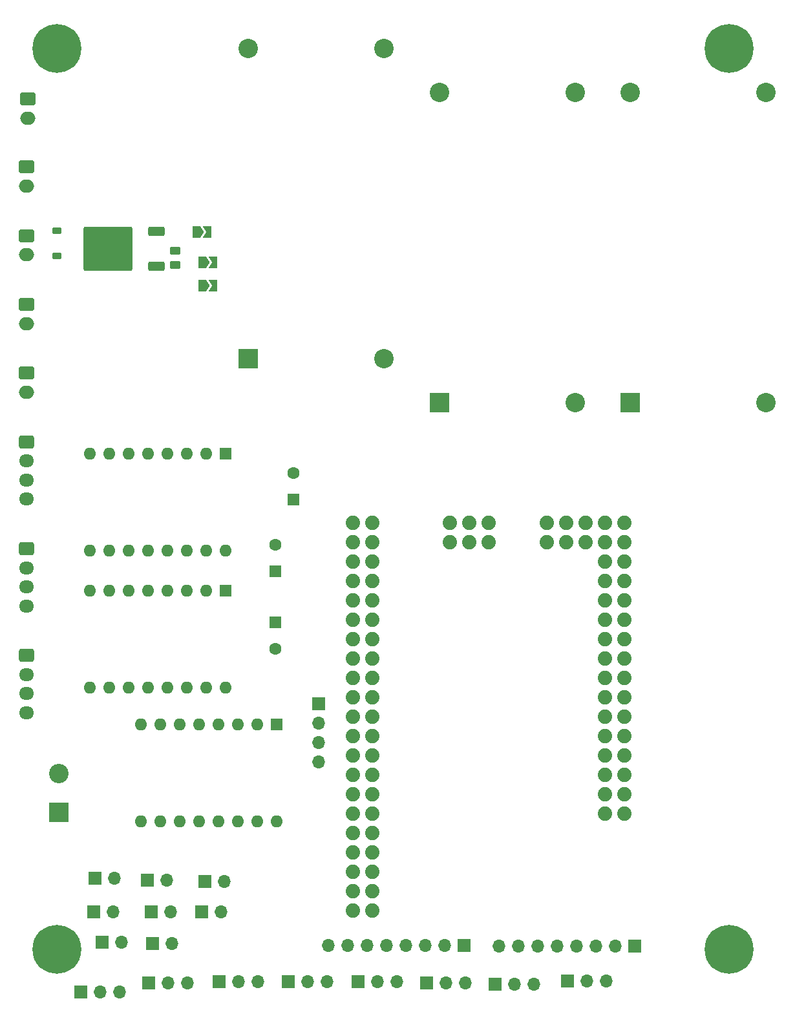
<source format=gbr>
%TF.GenerationSoftware,KiCad,Pcbnew,7.0.2*%
%TF.CreationDate,2024-02-29T19:16:00+01:00*%
%TF.ProjectId,carte actionneur,63617274-6520-4616-9374-696f6e6e6575,rev?*%
%TF.SameCoordinates,Original*%
%TF.FileFunction,Soldermask,Top*%
%TF.FilePolarity,Negative*%
%FSLAX46Y46*%
G04 Gerber Fmt 4.6, Leading zero omitted, Abs format (unit mm)*
G04 Created by KiCad (PCBNEW 7.0.2) date 2024-02-29 19:16:00*
%MOMM*%
%LPD*%
G01*
G04 APERTURE LIST*
G04 Aperture macros list*
%AMRoundRect*
0 Rectangle with rounded corners*
0 $1 Rounding radius*
0 $2 $3 $4 $5 $6 $7 $8 $9 X,Y pos of 4 corners*
0 Add a 4 corners polygon primitive as box body*
4,1,4,$2,$3,$4,$5,$6,$7,$8,$9,$2,$3,0*
0 Add four circle primitives for the rounded corners*
1,1,$1+$1,$2,$3*
1,1,$1+$1,$4,$5*
1,1,$1+$1,$6,$7*
1,1,$1+$1,$8,$9*
0 Add four rect primitives between the rounded corners*
20,1,$1+$1,$2,$3,$4,$5,0*
20,1,$1+$1,$4,$5,$6,$7,0*
20,1,$1+$1,$6,$7,$8,$9,0*
20,1,$1+$1,$8,$9,$2,$3,0*%
%AMFreePoly0*
4,1,6,1.000000,0.000000,0.500000,-0.750000,-0.500000,-0.750000,-0.500000,0.750000,0.500000,0.750000,1.000000,0.000000,1.000000,0.000000,$1*%
%AMFreePoly1*
4,1,6,0.500000,-0.750000,-0.650000,-0.750000,-0.150000,0.000000,-0.650000,0.750000,0.500000,0.750000,0.500000,-0.750000,0.500000,-0.750000,$1*%
G04 Aperture macros list end*
%ADD10C,2.550000*%
%ADD11R,2.550000X2.550000*%
%ADD12R,1.700000X1.700000*%
%ADD13O,1.700000X1.700000*%
%ADD14RoundRect,0.250000X-0.750000X0.600000X-0.750000X-0.600000X0.750000X-0.600000X0.750000X0.600000X0*%
%ADD15O,2.000000X1.700000*%
%ADD16C,0.800000*%
%ADD17C,6.400000*%
%ADD18C,1.600000*%
%ADD19R,1.600000X1.600000*%
%ADD20RoundRect,0.250000X0.850000X0.350000X-0.850000X0.350000X-0.850000X-0.350000X0.850000X-0.350000X0*%
%ADD21RoundRect,0.249997X2.950003X2.650003X-2.950003X2.650003X-2.950003X-2.650003X2.950003X-2.650003X0*%
%ADD22FreePoly0,0.000000*%
%ADD23FreePoly1,0.000000*%
%ADD24RoundRect,0.250000X-0.725000X0.600000X-0.725000X-0.600000X0.725000X-0.600000X0.725000X0.600000X0*%
%ADD25O,1.950000X1.700000*%
%ADD26O,1.600000X1.600000*%
%ADD27C,2.540000*%
%ADD28R,2.540000X2.540000*%
%ADD29RoundRect,0.250000X0.450000X-0.262500X0.450000X0.262500X-0.450000X0.262500X-0.450000X-0.262500X0*%
%ADD30RoundRect,0.225000X0.375000X-0.225000X0.375000X0.225000X-0.375000X0.225000X-0.375000X-0.225000X0*%
%ADD31C,1.880400*%
G04 APERTURE END LIST*
D10*
%TO.C,J2*%
X111200000Y-144000000D03*
D11*
X111200000Y-149080000D03*
%TD*%
D12*
%TO.C,J12*%
X115759810Y-162100000D03*
D13*
X118299810Y-162100000D03*
%TD*%
D14*
%TO.C,J24*%
X107000000Y-73500000D03*
D15*
X107000000Y-76000000D03*
%TD*%
D12*
%TO.C,J18*%
X122799810Y-157900000D03*
D13*
X125339810Y-157900000D03*
%TD*%
D16*
%TO.C,H4*%
X196600000Y-167000000D03*
X197302944Y-165302944D03*
X197302944Y-168697056D03*
X199000000Y-164600000D03*
D17*
X199000000Y-167000000D03*
D16*
X199000000Y-169400000D03*
X200697056Y-165302944D03*
X200697056Y-168697056D03*
X201400000Y-167000000D03*
%TD*%
D12*
%TO.C,J13*%
X129959810Y-162100000D03*
D13*
X132499810Y-162100000D03*
%TD*%
D18*
%TO.C,C8*%
X139600000Y-127647349D03*
D19*
X139600000Y-124147349D03*
%TD*%
%TO.C,C9*%
X139600000Y-117500000D03*
D18*
X139600000Y-114000000D03*
%TD*%
D20*
%TO.C,Q4*%
X123975000Y-77505000D03*
D21*
X117675000Y-75225000D03*
D20*
X123975000Y-72945000D03*
%TD*%
D12*
%TO.C,J10*%
X141320000Y-171200000D03*
D13*
X143860000Y-171200000D03*
X146400000Y-171200000D03*
%TD*%
D22*
%TO.C,JP11*%
X130000000Y-77000000D03*
D23*
X131450000Y-77000000D03*
%TD*%
D16*
%TO.C,H1*%
X113400000Y-49000000D03*
X112697056Y-50697056D03*
X112697056Y-47302944D03*
X111000000Y-51400000D03*
D17*
X111000000Y-49000000D03*
D16*
X111000000Y-46600000D03*
X109302944Y-50697056D03*
X109302944Y-47302944D03*
X108600000Y-49000000D03*
%TD*%
D24*
%TO.C,J19*%
X107000000Y-114500000D03*
D25*
X107000000Y-117000000D03*
X107000000Y-119500000D03*
X107000000Y-122000000D03*
%TD*%
D14*
%TO.C,J23*%
X107000000Y-64500000D03*
D15*
X107000000Y-67000000D03*
%TD*%
D19*
%TO.C,A3*%
X139740000Y-137500000D03*
D26*
X137200000Y-137500000D03*
X134660000Y-137500000D03*
X132120000Y-137500000D03*
X129580000Y-137500000D03*
X127040000Y-137500000D03*
X124500000Y-137500000D03*
X121960000Y-137500000D03*
X121960000Y-150200000D03*
X124500000Y-150200000D03*
X127040000Y-150200000D03*
X129580000Y-150200000D03*
X132120000Y-150200000D03*
X134660000Y-150200000D03*
X137200000Y-150200000D03*
X139740000Y-150200000D03*
%TD*%
D27*
%TO.C,U4*%
X186110000Y-54680000D03*
X203890000Y-54680000D03*
X203890000Y-95320000D03*
D28*
X186110000Y-95320000D03*
%TD*%
D19*
%TO.C,A2*%
X133030000Y-102050000D03*
D26*
X130490000Y-102050000D03*
X127950000Y-102050000D03*
X125410000Y-102050000D03*
X122870000Y-102050000D03*
X120330000Y-102050000D03*
X117790000Y-102050000D03*
X115250000Y-102050000D03*
X115250000Y-114750000D03*
X117790000Y-114750000D03*
X120330000Y-114750000D03*
X122870000Y-114750000D03*
X125410000Y-114750000D03*
X127950000Y-114750000D03*
X130490000Y-114750000D03*
X133030000Y-114750000D03*
%TD*%
D12*
%TO.C,J25*%
X159420000Y-171400000D03*
D13*
X161960000Y-171400000D03*
X164500000Y-171400000D03*
%TD*%
D28*
%TO.C,U2*%
X161110000Y-95320000D03*
D27*
X178890000Y-95320000D03*
X178890000Y-54680000D03*
X161110000Y-54680000D03*
%TD*%
D14*
%TO.C,J11*%
X107000000Y-91500000D03*
D15*
X107000000Y-94000000D03*
%TD*%
D24*
%TO.C,J17*%
X107000000Y-100500000D03*
D25*
X107000000Y-103000000D03*
X107000000Y-105500000D03*
X107000000Y-108000000D03*
%TD*%
D12*
%TO.C,J9*%
X168375000Y-171600000D03*
D13*
X170915000Y-171600000D03*
X173455000Y-171600000D03*
%TD*%
D22*
%TO.C,JP10*%
X129275000Y-73000000D03*
D23*
X130725000Y-73000000D03*
%TD*%
D12*
%TO.C,J20*%
X115999810Y-157700000D03*
D13*
X118539810Y-157700000D03*
%TD*%
D29*
%TO.C,R11*%
X126500000Y-77325000D03*
X126500000Y-75500000D03*
%TD*%
D19*
%TO.C,C7*%
X142000000Y-108100000D03*
D18*
X142000000Y-104600000D03*
%TD*%
D12*
%TO.C,J26*%
X150420000Y-171200000D03*
D13*
X152960000Y-171200000D03*
X155500000Y-171200000D03*
%TD*%
D22*
%TO.C,JP12*%
X130000000Y-80000000D03*
D23*
X131450000Y-80000000D03*
%TD*%
D13*
%TO.C,J6*%
X146520000Y-166500000D03*
X149060000Y-166500000D03*
X151600000Y-166500000D03*
X154140000Y-166500000D03*
X156680000Y-166500000D03*
X159220000Y-166500000D03*
X161760000Y-166500000D03*
D12*
X164300000Y-166500000D03*
%TD*%
%TO.C,J5*%
X145300000Y-134800000D03*
D13*
X145300000Y-137340000D03*
X145300000Y-139880000D03*
X145300000Y-142420000D03*
%TD*%
%TO.C,J8*%
X119200000Y-172600000D03*
X116660000Y-172600000D03*
D12*
X114120000Y-172600000D03*
%TD*%
D19*
%TO.C,A1*%
X133030000Y-120000000D03*
D26*
X130490000Y-120000000D03*
X127950000Y-120000000D03*
X125410000Y-120000000D03*
X122870000Y-120000000D03*
X120330000Y-120000000D03*
X117790000Y-120000000D03*
X115250000Y-120000000D03*
X115250000Y-132700000D03*
X117790000Y-132700000D03*
X120330000Y-132700000D03*
X122870000Y-132700000D03*
X125410000Y-132700000D03*
X127950000Y-132700000D03*
X130490000Y-132700000D03*
X133030000Y-132700000D03*
%TD*%
D13*
%TO.C,J7*%
X128100000Y-171400000D03*
X125560000Y-171400000D03*
D12*
X123020000Y-171400000D03*
%TD*%
D13*
%TO.C,J21*%
X168860000Y-166600000D03*
X171400000Y-166600000D03*
X173940000Y-166600000D03*
X176480000Y-166600000D03*
X179020000Y-166600000D03*
X181560000Y-166600000D03*
X184100000Y-166600000D03*
D12*
X186640000Y-166600000D03*
%TD*%
%TO.C,J14*%
X130339810Y-158100000D03*
D13*
X132879810Y-158100000D03*
%TD*%
D14*
%TO.C,J22*%
X107200000Y-55600000D03*
D15*
X107200000Y-58100000D03*
%TD*%
D16*
%TO.C,H3*%
X108600000Y-167000000D03*
X109302944Y-165302944D03*
X109302944Y-168697056D03*
X111000000Y-164600000D03*
D17*
X111000000Y-167000000D03*
D16*
X111000000Y-169400000D03*
X112697056Y-165302944D03*
X112697056Y-168697056D03*
X113400000Y-167000000D03*
%TD*%
D14*
%TO.C,J15*%
X107000000Y-82500000D03*
D15*
X107000000Y-85000000D03*
%TD*%
D12*
%TO.C,J27*%
X177900000Y-171100000D03*
D13*
X180440000Y-171100000D03*
X182980000Y-171100000D03*
%TD*%
D12*
%TO.C,J16*%
X123299810Y-162100000D03*
D13*
X125839810Y-162100000D03*
%TD*%
D12*
%TO.C,J28*%
X116860000Y-166100000D03*
D13*
X119400000Y-166100000D03*
%TD*%
D24*
%TO.C,J3*%
X107000000Y-128500000D03*
D25*
X107000000Y-131000000D03*
X107000000Y-133500000D03*
X107000000Y-136000000D03*
%TD*%
D12*
%TO.C,J4*%
X123460000Y-166200000D03*
D13*
X126000000Y-166200000D03*
%TD*%
D12*
%TO.C,J1*%
X132220000Y-171200000D03*
D13*
X134760000Y-171200000D03*
X137300000Y-171200000D03*
%TD*%
D30*
%TO.C,D5*%
X111000000Y-76150000D03*
X111000000Y-72850000D03*
%TD*%
D16*
%TO.C,H2*%
X196600000Y-49000000D03*
X197302944Y-47302944D03*
X197302944Y-50697056D03*
X199000000Y-46600000D03*
D17*
X199000000Y-49000000D03*
D16*
X199000000Y-51400000D03*
X200697056Y-47302944D03*
X200697056Y-50697056D03*
X201400000Y-49000000D03*
%TD*%
D28*
%TO.C,U5*%
X136000000Y-89640000D03*
D27*
X153780000Y-89640000D03*
X153780000Y-49000000D03*
X136000000Y-49000000D03*
%TD*%
D31*
%TO.C,U1*%
X149780000Y-154280000D03*
X152320000Y-154280000D03*
X149780000Y-156820000D03*
X152320000Y-156820000D03*
X167560000Y-111100000D03*
X185340000Y-149200000D03*
X182800000Y-149200000D03*
X185340000Y-146660000D03*
X182800000Y-146660000D03*
X185340000Y-144120000D03*
X182800000Y-144120000D03*
X185340000Y-141580000D03*
X182800000Y-141580000D03*
X185340000Y-139040000D03*
X182800000Y-139040000D03*
X185340000Y-136500000D03*
X182800000Y-136500000D03*
X185340000Y-133960000D03*
X182800000Y-133960000D03*
X185340000Y-131420000D03*
X182800000Y-131420000D03*
X152320000Y-151740000D03*
X152320000Y-146660000D03*
X149780000Y-146660000D03*
X152320000Y-144120000D03*
X149780000Y-144120000D03*
X152320000Y-141580000D03*
X149780000Y-141580000D03*
X152320000Y-139040000D03*
X149780000Y-139040000D03*
X152320000Y-136500000D03*
X149780000Y-136500000D03*
X152320000Y-133960000D03*
X149780000Y-133960000D03*
X152320000Y-131420000D03*
X149780000Y-131420000D03*
X152320000Y-128880000D03*
X149780000Y-128880000D03*
X152320000Y-126340000D03*
X149780000Y-126340000D03*
X152320000Y-123800000D03*
X149780000Y-123800000D03*
X152320000Y-121260000D03*
X149780000Y-121260000D03*
X152320000Y-118720000D03*
X149780000Y-118720000D03*
X152320000Y-116180000D03*
X149780000Y-116180000D03*
X152320000Y-113640000D03*
X149780000Y-113640000D03*
X152320000Y-111100000D03*
X149780000Y-111100000D03*
X185340000Y-128880000D03*
X182800000Y-128880000D03*
X185340000Y-126340000D03*
X182800000Y-126340000D03*
X185340000Y-123800000D03*
X182800000Y-123800000D03*
X185340000Y-121260000D03*
X182800000Y-121260000D03*
X185340000Y-118720000D03*
X182800000Y-118720000D03*
X185340000Y-116180000D03*
X182800000Y-116180000D03*
X185340000Y-113640000D03*
X182800000Y-113640000D03*
X185340000Y-111100000D03*
X182800000Y-111100000D03*
X180260000Y-111100000D03*
X180260000Y-113640000D03*
X177720000Y-111100000D03*
X177720000Y-113640000D03*
X175180000Y-111100000D03*
X175180000Y-113640000D03*
X149780000Y-159360000D03*
X152320000Y-159360000D03*
X162480000Y-111100000D03*
X167560000Y-113640000D03*
X165020000Y-111100000D03*
X162480000Y-113640000D03*
X149780000Y-151740000D03*
X152320000Y-149200000D03*
X165020000Y-113640000D03*
X149780000Y-149200000D03*
X149780000Y-161900000D03*
X152320000Y-161900000D03*
%TD*%
M02*

</source>
